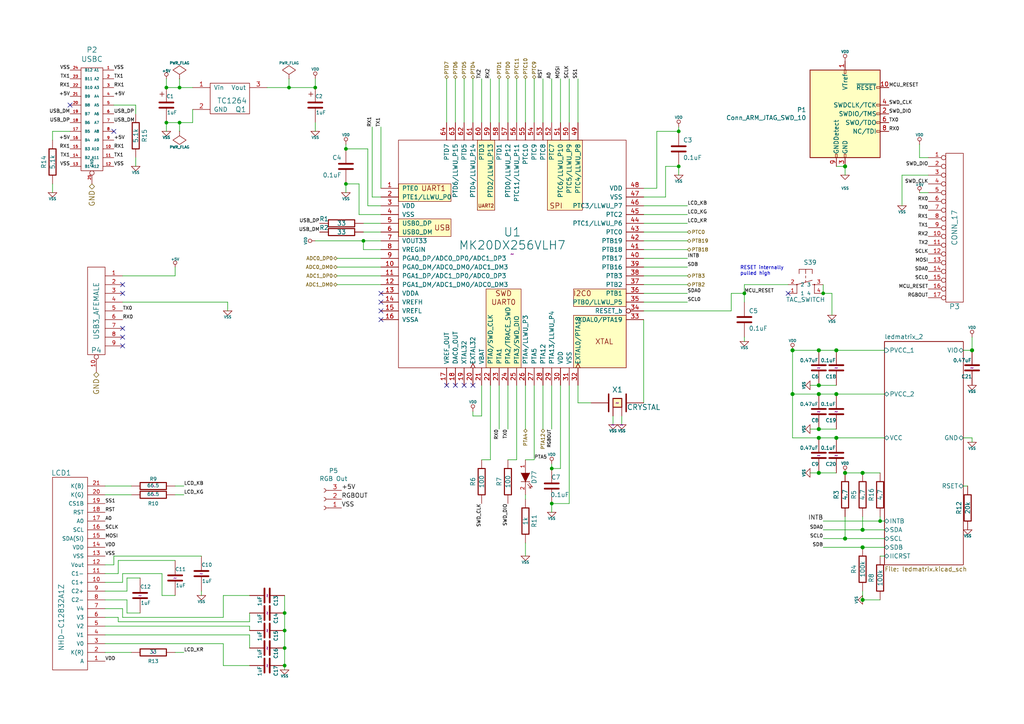
<source format=kicad_sch>
(kicad_sch (version 20210621) (generator eeschema)
  (paper "A4")
  (title_block (title "ICED-R") (date "2016-07-17") (rev "Rev 1.2b") (company "Input Club"))
  (junction (at 48.26 25.4))
  (junction (at 48.26 35.56))
  (junction (at 52.07 25.4))
  (junction (at 52.07 35.56))
  (junction (at 82.55 177.8))
  (junction (at 82.55 182.88))
  (junction (at 82.55 187.96))
  (junction (at 82.55 193.04))
  (junction (at 83.82 25.4))
  (junction (at 91.44 25.4))
  (junction (at 100.33 43.18))
  (junction (at 100.33 53.34))
  (junction (at 105.41 69.85))
  (junction (at 160.02 135.89))
  (junction (at 160.02 146.05))
  (junction (at 196.85 38.1))
  (junction (at 196.85 48.26))
  (junction (at 215.9 85.09))
  (junction (at 229.87 101.6) (diameter 1.016))
  (junction (at 229.87 114.3) (diameter 1.016))
  (junction (at 237.49 101.6) (diameter 1.016))
  (junction (at 237.49 111.76) (diameter 1.016))
  (junction (at 237.49 114.3) (diameter 1.016))
  (junction (at 237.49 124.46) (diameter 1.016))
  (junction (at 237.49 127) (diameter 1.016))
  (junction (at 237.49 137.16) (diameter 1.016))
  (junction (at 238.76 85.09))
  (junction (at 242.57 101.6) (diameter 1.016))
  (junction (at 242.57 114.3) (diameter 1.016))
  (junction (at 242.57 127) (diameter 1.016))
  (junction (at 245.11 48.26) (diameter 1.016))
  (junction (at 245.11 137.16) (diameter 1.016))
  (junction (at 245.11 156.21) (diameter 1.016))
  (junction (at 250.19 137.16) (diameter 1.016))
  (junction (at 250.19 153.67) (diameter 1.016))
  (junction (at 250.19 158.75) (diameter 1.016))
  (junction (at 250.19 173.99) (diameter 1.016))
  (junction (at 255.27 151.13))
  (junction (at 281.94 101.6) (diameter 1.016))
  (no_connect (at 20.32 30.48))
  (no_connect (at 33.02 38.1))
  (no_connect (at 35.56 82.55))
  (no_connect (at 35.56 85.09))
  (no_connect (at 35.56 95.25))
  (no_connect (at 35.56 97.79))
  (no_connect (at 35.56 100.33))
  (no_connect (at 110.49 85.09))
  (no_connect (at 110.49 87.63))
  (no_connect (at 110.49 90.17))
  (no_connect (at 110.49 92.71))
  (no_connect (at 129.54 111.76))
  (no_connect (at 132.08 111.76))
  (no_connect (at 134.62 111.76))
  (no_connect (at 137.16 111.76))
  (no_connect (at 228.6 85.09))
  (wire (pts (xy 15.24 38.1) (xy 15.24 40.64)))
  (wire (pts (xy 15.24 53.34) (xy 15.24 55.88)))
  (wire (pts (xy 20.32 38.1) (xy 15.24 38.1)))
  (wire (pts (xy 30.48 140.97) (xy 38.1 140.97)))
  (wire (pts (xy 30.48 143.51) (xy 38.1 143.51)))
  (wire (pts (xy 30.48 163.83) (xy 33.02 163.83)))
  (wire (pts (xy 30.48 168.91) (xy 35.56 168.91)))
  (wire (pts (xy 30.48 173.99) (xy 36.83 173.99)))
  (wire (pts (xy 30.48 176.53) (xy 35.56 176.53)))
  (wire (pts (xy 30.48 181.61) (xy 72.39 181.61)))
  (wire (pts (xy 30.48 186.69) (xy 64.77 186.69)))
  (wire (pts (xy 33.02 30.48) (xy 39.37 30.48)))
  (wire (pts (xy 33.02 161.29) (xy 58.42 161.29)))
  (wire (pts (xy 33.02 163.83) (xy 33.02 161.29)))
  (wire (pts (xy 34.29 162.56) (xy 34.29 166.37)))
  (wire (pts (xy 34.29 166.37) (xy 30.48 166.37)))
  (wire (pts (xy 34.29 179.07) (xy 30.48 179.07)))
  (wire (pts (xy 34.29 180.34) (xy 34.29 179.07)))
  (wire (pts (xy 35.56 87.63) (xy 66.04 87.63)))
  (wire (pts (xy 35.56 166.37) (xy 46.99 166.37)))
  (wire (pts (xy 35.56 168.91) (xy 35.56 166.37)))
  (wire (pts (xy 35.56 176.53) (xy 35.56 179.07)))
  (wire (pts (xy 35.56 179.07) (xy 64.77 179.07)))
  (wire (pts (xy 36.83 167.64) (xy 36.83 171.45)))
  (wire (pts (xy 36.83 171.45) (xy 30.48 171.45)))
  (wire (pts (xy 36.83 173.99) (xy 36.83 177.8)))
  (wire (pts (xy 36.83 177.8) (xy 40.64 177.8)))
  (wire (pts (xy 38.1 189.23) (xy 30.48 189.23)))
  (wire (pts (xy 39.37 30.48) (xy 39.37 33.02)))
  (wire (pts (xy 39.37 48.26) (xy 39.37 45.72)))
  (wire (pts (xy 40.64 167.64) (xy 36.83 167.64)))
  (wire (pts (xy 46.99 166.37) (xy 46.99 172.72)))
  (wire (pts (xy 46.99 172.72) (xy 50.8 172.72)))
  (wire (pts (xy 48.26 22.86) (xy 48.26 25.4)))
  (wire (pts (xy 48.26 25.4) (xy 52.07 25.4)))
  (wire (pts (xy 48.26 35.56) (xy 52.07 35.56)))
  (wire (pts (xy 48.26 38.1) (xy 48.26 35.56)))
  (wire (pts (xy 50.8 77.47) (xy 50.8 80.01)))
  (wire (pts (xy 50.8 80.01) (xy 35.56 80.01)))
  (wire (pts (xy 50.8 140.97) (xy 53.34 140.97)))
  (wire (pts (xy 50.8 162.56) (xy 34.29 162.56)))
  (wire (pts (xy 50.8 189.23) (xy 53.34 189.23)))
  (wire (pts (xy 52.07 22.86) (xy 52.07 25.4)))
  (wire (pts (xy 52.07 25.4) (xy 55.88 25.4)))
  (wire (pts (xy 52.07 35.56) (xy 55.88 35.56)))
  (wire (pts (xy 52.07 38.1) (xy 52.07 35.56)))
  (wire (pts (xy 53.34 143.51) (xy 50.8 143.51)))
  (wire (pts (xy 55.88 35.56) (xy 55.88 31.75)))
  (wire (pts (xy 58.42 172.72) (xy 58.42 171.45)))
  (wire (pts (xy 64.77 172.72) (xy 72.39 172.72)))
  (wire (pts (xy 64.77 179.07) (xy 64.77 172.72)))
  (wire (pts (xy 64.77 186.69) (xy 64.77 193.04)))
  (wire (pts (xy 64.77 193.04) (xy 72.39 193.04)))
  (wire (pts (xy 66.04 87.63) (xy 66.04 90.17)))
  (wire (pts (xy 72.39 177.8) (xy 72.39 180.34)))
  (wire (pts (xy 72.39 180.34) (xy 34.29 180.34)))
  (wire (pts (xy 72.39 181.61) (xy 72.39 182.88)))
  (wire (pts (xy 72.39 184.15) (xy 30.48 184.15)))
  (wire (pts (xy 72.39 187.96) (xy 72.39 184.15)))
  (wire (pts (xy 82.55 172.72) (xy 82.55 177.8)))
  (wire (pts (xy 82.55 177.8) (xy 82.55 182.88)))
  (wire (pts (xy 82.55 182.88) (xy 82.55 187.96)))
  (wire (pts (xy 82.55 187.96) (xy 82.55 193.04)))
  (wire (pts (xy 82.55 193.04) (xy 82.55 194.31)))
  (wire (pts (xy 83.82 25.4) (xy 77.47 25.4)))
  (wire (pts (xy 83.82 25.4) (xy 83.82 22.86)))
  (wire (pts (xy 91.44 25.4) (xy 83.82 25.4)))
  (wire (pts (xy 91.44 25.4) (xy 91.44 22.86)))
  (wire (pts (xy 91.44 38.1) (xy 91.44 35.56)))
  (wire (pts (xy 91.44 69.85) (xy 105.41 69.85)))
  (wire (pts (xy 100.33 43.18) (xy 100.33 41.91)))
  (wire (pts (xy 100.33 53.34) (xy 104.14 53.34)))
  (wire (pts (xy 100.33 55.88) (xy 100.33 53.34)))
  (wire (pts (xy 104.14 53.34) (xy 104.14 62.23)))
  (wire (pts (xy 104.14 62.23) (xy 110.49 62.23)))
  (wire (pts (xy 105.41 69.85) (xy 110.49 69.85)))
  (wire (pts (xy 105.41 72.39) (xy 105.41 69.85)))
  (wire (pts (xy 106.68 43.18) (xy 100.33 43.18)))
  (wire (pts (xy 106.68 59.69) (xy 106.68 43.18)))
  (wire (pts (xy 107.95 57.15) (xy 107.95 36.83)))
  (wire (pts (xy 110.49 54.61) (xy 110.49 36.83)))
  (wire (pts (xy 110.49 57.15) (xy 107.95 57.15)))
  (wire (pts (xy 110.49 59.69) (xy 106.68 59.69)))
  (wire (pts (xy 110.49 64.77) (xy 105.41 64.77)))
  (wire (pts (xy 110.49 67.31) (xy 105.41 67.31)))
  (wire (pts (xy 110.49 72.39) (xy 105.41 72.39)))
  (wire (pts (xy 110.49 74.93) (xy 97.79 74.93)))
  (wire (pts (xy 110.49 77.47) (xy 97.79 77.47)))
  (wire (pts (xy 110.49 80.01) (xy 97.79 80.01)))
  (wire (pts (xy 110.49 82.55) (xy 97.79 82.55)))
  (wire (pts (xy 129.54 35.56) (xy 129.54 22.86)))
  (wire (pts (xy 132.08 35.56) (xy 132.08 22.86)))
  (wire (pts (xy 134.62 22.86) (xy 134.62 35.56)))
  (wire (pts (xy 137.16 35.56) (xy 137.16 22.86)))
  (wire (pts (xy 137.16 120.65) (xy 137.16 119.38)))
  (wire (pts (xy 139.7 35.56) (xy 139.7 22.86)))
  (wire (pts (xy 139.7 111.76) (xy 139.7 120.65)))
  (wire (pts (xy 139.7 120.65) (xy 137.16 120.65)))
  (wire (pts (xy 142.24 22.86) (xy 142.24 35.56)))
  (wire (pts (xy 142.24 111.76) (xy 142.24 133.35)))
  (wire (pts (xy 142.24 133.35) (xy 139.7 133.35)))
  (wire (pts (xy 144.78 35.56) (xy 144.78 22.86)))
  (wire (pts (xy 144.78 111.76) (xy 144.78 124.46)))
  (wire (pts (xy 147.32 35.56) (xy 147.32 22.86)))
  (wire (pts (xy 147.32 111.76) (xy 147.32 124.46)))
  (wire (pts (xy 149.86 35.56) (xy 149.86 22.86)))
  (wire (pts (xy 149.86 111.76) (xy 149.86 133.35)))
  (wire (pts (xy 149.86 133.35) (xy 147.32 133.35)))
  (wire (pts (xy 152.4 22.86) (xy 152.4 35.56)))
  (wire (pts (xy 152.4 124.46) (xy 152.4 111.76)))
  (wire (pts (xy 152.4 143.51) (xy 152.4 144.78)))
  (wire (pts (xy 152.4 157.48) (xy 152.4 161.29)))
  (wire (pts (xy 154.94 35.56) (xy 154.94 22.86)))
  (wire (pts (xy 154.94 111.76) (xy 154.94 133.35)))
  (wire (pts (xy 154.94 133.35) (xy 152.4 133.35)))
  (wire (pts (xy 157.48 35.56) (xy 157.48 22.86)))
  (wire (pts (xy 157.48 111.76) (xy 157.48 124.46)))
  (wire (pts (xy 160.02 35.56) (xy 160.02 22.86)))
  (wire (pts (xy 160.02 111.76) (xy 160.02 124.46)))
  (wire (pts (xy 160.02 134.62) (xy 160.02 135.89)))
  (wire (pts (xy 160.02 135.89) (xy 162.56 135.89)))
  (wire (pts (xy 160.02 146.05) (xy 160.02 148.59)))
  (wire (pts (xy 160.02 146.05) (xy 165.1 146.05)))
  (wire (pts (xy 162.56 22.86) (xy 162.56 35.56)))
  (wire (pts (xy 162.56 135.89) (xy 162.56 111.76)))
  (wire (pts (xy 165.1 35.56) (xy 165.1 22.86)))
  (wire (pts (xy 165.1 146.05) (xy 165.1 111.76)))
  (wire (pts (xy 167.64 35.56) (xy 167.64 22.86)))
  (wire (pts (xy 167.64 111.76) (xy 167.64 116.84)))
  (wire (pts (xy 167.64 116.84) (xy 171.45 116.84)))
  (wire (pts (xy 177.8 120.65) (xy 177.8 123.19)))
  (wire (pts (xy 180.34 120.65) (xy 180.34 123.19)))
  (wire (pts (xy 186.69 54.61) (xy 190.5 54.61)))
  (wire (pts (xy 186.69 59.69) (xy 199.39 59.69)))
  (wire (pts (xy 186.69 64.77) (xy 199.39 64.77)))
  (wire (pts (xy 186.69 82.55) (xy 199.39 82.55)))
  (wire (pts (xy 186.69 87.63) (xy 199.39 87.63)))
  (wire (pts (xy 186.69 90.17) (xy 212.09 90.17)))
  (wire (pts (xy 186.69 92.71) (xy 186.69 116.84)))
  (wire (pts (xy 190.5 38.1) (xy 196.85 38.1)))
  (wire (pts (xy 190.5 54.61) (xy 190.5 38.1)))
  (wire (pts (xy 193.04 48.26) (xy 193.04 57.15)))
  (wire (pts (xy 193.04 57.15) (xy 186.69 57.15)))
  (wire (pts (xy 196.85 38.1) (xy 196.85 36.83)))
  (wire (pts (xy 196.85 48.26) (xy 193.04 48.26)))
  (wire (pts (xy 196.85 50.8) (xy 196.85 48.26)))
  (wire (pts (xy 199.39 62.23) (xy 186.69 62.23)))
  (wire (pts (xy 199.39 67.31) (xy 186.69 67.31)))
  (wire (pts (xy 199.39 69.85) (xy 186.69 69.85)))
  (wire (pts (xy 199.39 72.39) (xy 186.69 72.39)))
  (wire (pts (xy 199.39 74.93) (xy 186.69 74.93)))
  (wire (pts (xy 199.39 77.47) (xy 186.69 77.47)))
  (wire (pts (xy 199.39 80.01) (xy 186.69 80.01)))
  (wire (pts (xy 199.39 85.09) (xy 186.69 85.09)))
  (wire (pts (xy 212.09 85.09) (xy 215.9 85.09)))
  (wire (pts (xy 212.09 90.17) (xy 212.09 85.09)))
  (wire (pts (xy 215.9 82.55) (xy 215.9 85.09)))
  (wire (pts (xy 215.9 85.09) (xy 215.9 87.63)))
  (wire (pts (xy 215.9 97.79) (xy 215.9 99.06)))
  (wire (pts (xy 228.6 82.55) (xy 215.9 82.55)))
  (wire (pts (xy 229.87 114.3) (xy 229.87 101.6)))
  (wire (pts (xy 229.87 127) (xy 229.87 114.3)))
  (wire (pts (xy 237.49 101.6) (xy 229.87 101.6)))
  (wire (pts (xy 237.49 111.76) (xy 234.95 111.76)))
  (wire (pts (xy 237.49 111.76) (xy 242.57 111.76)))
  (wire (pts (xy 237.49 114.3) (xy 229.87 114.3)))
  (wire (pts (xy 237.49 124.46) (xy 234.95 124.46)))
  (wire (pts (xy 237.49 124.46) (xy 242.57 124.46)))
  (wire (pts (xy 237.49 127) (xy 229.87 127)))
  (wire (pts (xy 237.49 137.16) (xy 234.95 137.16)))
  (wire (pts (xy 237.49 137.16) (xy 242.57 137.16)))
  (wire (pts (xy 238.76 85.09) (xy 238.76 82.55)))
  (wire (pts (xy 238.76 151.13) (xy 255.27 151.13)))
  (wire (pts (xy 238.76 153.67) (xy 250.19 153.67)))
  (wire (pts (xy 238.76 156.21) (xy 245.11 156.21)))
  (wire (pts (xy 241.3 85.09) (xy 238.76 85.09)))
  (wire (pts (xy 241.3 91.44) (xy 241.3 85.09)))
  (wire (pts (xy 242.57 48.26) (xy 245.11 48.26)))
  (wire (pts (xy 242.57 101.6) (xy 237.49 101.6)))
  (wire (pts (xy 242.57 101.6) (xy 256.54 101.6)))
  (wire (pts (xy 242.57 114.3) (xy 237.49 114.3)))
  (wire (pts (xy 242.57 114.3) (xy 256.54 114.3)))
  (wire (pts (xy 242.57 127) (xy 237.49 127)))
  (wire (pts (xy 242.57 127) (xy 256.54 127)))
  (wire (pts (xy 245.11 50.8) (xy 245.11 48.26)))
  (wire (pts (xy 245.11 149.86) (xy 245.11 156.21)))
  (wire (pts (xy 245.11 156.21) (xy 256.54 156.21)))
  (wire (pts (xy 250.19 137.16) (xy 245.11 137.16)))
  (wire (pts (xy 250.19 137.16) (xy 255.27 137.16)))
  (wire (pts (xy 250.19 149.86) (xy 250.19 153.67)))
  (wire (pts (xy 250.19 153.67) (xy 256.54 153.67)))
  (wire (pts (xy 250.19 158.75) (xy 238.76 158.75)))
  (wire (pts (xy 250.19 173.99) (xy 250.19 171.45)))
  (wire (pts (xy 255.27 149.86) (xy 255.27 151.13)))
  (wire (pts (xy 255.27 151.13) (xy 256.54 151.13)))
  (wire (pts (xy 255.27 173.99) (xy 250.19 173.99)))
  (wire (pts (xy 256.54 158.75) (xy 250.19 158.75)))
  (wire (pts (xy 256.54 161.29) (xy 255.27 161.29)))
  (wire (pts (xy 261.62 50.8) (xy 261.62 59.69)))
  (wire (pts (xy 266.7 45.72) (xy 266.7 41.91)))
  (wire (pts (xy 269.24 45.72) (xy 266.7 45.72)))
  (wire (pts (xy 269.24 50.8) (xy 261.62 50.8)))
  (wire (pts (xy 269.24 55.88) (xy 266.7 55.88)))
  (wire (pts (xy 279.4 101.6) (xy 281.94 101.6)))
  (wire (pts (xy 279.4 127) (xy 281.94 127)))
  (wire (pts (xy 280.67 140.97) (xy 279.4 140.97)))
  (wire (pts (xy 281.94 101.6) (xy 281.94 97.79)))
  (wire (pts (xy 281.94 127) (xy 281.94 128.27)))
  (text "RESET internally\npulled high" (at 214.63 80.01 0) (effects (font (size 1.016 1.016)) (justify left bottom)))
  (label "VSS" (at 20.32 20.32 180) (effects (font (size 0.9906 0.9906))))
  (label "TX1" (at 20.32 22.86 180) (effects (font (size 0.9906 0.9906))))
  (label "RX1" (at 20.32 25.4 180) (effects (font (size 0.9906 0.9906))))
  (label "+5V" (at 20.32 27.94 180) (effects (font (size 0.9906 0.9906))))
  (label "USB_DM" (at 20.32 33.02 180) (effects (font (size 0.9906 0.9906))))
  (label "USB_DP" (at 20.32 35.56 180) (effects (font (size 0.9906 0.9906))))
  (label "+5V" (at 20.32 40.64 180) (effects (font (size 0.9906 0.9906))))
  (label "RX1" (at 20.32 43.18 180) (effects (font (size 0.9906 0.9906))))
  (label "TX1" (at 20.32 45.72 180) (effects (font (size 0.9906 0.9906))))
  (label "VSS" (at 20.32 48.26 180) (effects (font (size 0.9906 0.9906))))
  (label "SS1" (at 30.48 146.05 0) (effects (font (size 0.9906 0.9906))))
  (label "RST" (at 30.48 148.59 0) (effects (font (size 0.9906 0.9906))))
  (label "A0" (at 30.48 151.13 0) (effects (font (size 0.9906 0.9906))))
  (label "SCLK" (at 30.48 153.67 0) (effects (font (size 0.9906 0.9906))))
  (label "MOSI" (at 30.48 156.21 0) (effects (font (size 0.9906 0.9906))))
  (label "VDD" (at 30.48 158.75 0) (effects (font (size 0.9906 0.9906))))
  (label "VSS" (at 30.48 161.29 0) (effects (font (size 0.9906 0.9906))))
  (label "VDD" (at 30.48 191.77 0) (effects (font (size 0.9906 0.9906))))
  (label "VSS" (at 33.02 20.32 0) (effects (font (size 0.9906 0.9906))))
  (label "TX1" (at 33.02 22.86 0) (effects (font (size 0.9906 0.9906))))
  (label "RX1" (at 33.02 25.4 0) (effects (font (size 0.9906 0.9906))))
  (label "+5V" (at 33.02 27.94 0) (effects (font (size 0.9906 0.9906))))
  (label "USB_DP" (at 33.02 33.02 0) (effects (font (size 0.9906 0.9906))))
  (label "USB_DM" (at 33.02 35.56 0) (effects (font (size 0.9906 0.9906))))
  (label "+5V" (at 33.02 40.64 0) (effects (font (size 0.9906 0.9906))))
  (label "RX1" (at 33.02 43.18 0) (effects (font (size 0.9906 0.9906))))
  (label "TX1" (at 33.02 45.72 0) (effects (font (size 0.9906 0.9906))))
  (label "VSS" (at 33.02 48.26 0) (effects (font (size 0.9906 0.9906))))
  (label "TX0" (at 35.56 90.17 0) (effects (font (size 0.9906 0.9906))))
  (label "RX0" (at 35.56 92.71 0) (effects (font (size 0.9906 0.9906))))
  (label "LCD_KB" (at 53.34 140.97 0) (effects (font (size 0.9906 0.9906))))
  (label "LCD_KG" (at 53.34 143.51 0) (effects (font (size 0.9906 0.9906))))
  (label "LCD_KR" (at 53.34 189.23 0) (effects (font (size 0.9906 0.9906))))
  (label "USB_DP" (at 92.71 64.77 180) (effects (font (size 0.9906 0.9906))))
  (label "USB_DM" (at 92.71 67.31 180) (effects (font (size 0.9906 0.9906))))
  (label "+5V" (at 99.06 142.24 0))
  (label "RGBOUT" (at 99.06 144.78 0))
  (label "VSS" (at 99.06 147.32 0))
  (label "RX1" (at 107.95 36.83 90) (effects (font (size 0.9906 0.9906))))
  (label "TX1" (at 110.49 36.83 90) (effects (font (size 0.9906 0.9906))))
  (label "TX2" (at 139.7 22.86 90) (effects (font (size 0.9906 0.9906))))
  (label "SWD_CLK" (at 139.7 146.05 270) (effects (font (size 0.9906 0.9906))))
  (label "RX2" (at 142.24 22.86 90) (effects (font (size 0.9906 0.9906))))
  (label "RX0" (at 144.78 124.46 270) (effects (font (size 0.9906 0.9906))))
  (label "TX0" (at 147.32 124.46 270) (effects (font (size 0.9906 0.9906))))
  (label "SWD_DIO" (at 147.32 146.05 270) (effects (font (size 0.9906 0.9906))))
  (label "PTA5" (at 154.94 133.35 0) (effects (font (size 0.9906 0.9906))))
  (label "RST" (at 157.48 22.86 90) (effects (font (size 0.9906 0.9906))))
  (label "A0" (at 160.02 22.86 90) (effects (font (size 0.9906 0.9906))))
  (label "RGBOUT" (at 160.02 124.46 270) (effects (font (size 0.889 0.889))))
  (label "MOSI" (at 162.56 22.86 90) (effects (font (size 0.9906 0.9906))))
  (label "SCLK" (at 165.1 22.86 90) (effects (font (size 0.9906 0.9906))))
  (label "SS1" (at 167.64 22.86 90) (effects (font (size 0.9906 0.9906))))
  (label "LCD_KB" (at 199.39 59.69 0) (effects (font (size 0.9906 0.9906))))
  (label "LCD_KG" (at 199.39 62.23 0) (effects (font (size 0.9906 0.9906))))
  (label "LCD_KR" (at 199.39 64.77 0) (effects (font (size 0.9906 0.9906))))
  (label "INTB" (at 199.39 74.93 0) (effects (font (size 0.9906 0.9906))))
  (label "SDB" (at 199.39 77.47 0) (effects (font (size 0.9906 0.9906))))
  (label "SDA0" (at 199.39 85.09 0) (effects (font (size 0.9906 0.9906))))
  (label "SCL0" (at 199.39 87.63 0) (effects (font (size 0.9906 0.9906))))
  (label "MCU_RESET" (at 215.9 85.09 0) (effects (font (size 0.9906 0.9906))))
  (label "INTB" (at 238.76 151.13 180))
  (label "SDA0" (at 238.76 153.67 180) (effects (font (size 0.9906 0.9906))))
  (label "SCL0" (at 238.76 156.21 180) (effects (font (size 0.9906 0.9906))))
  (label "SDB" (at 238.76 158.75 180) (effects (font (size 0.9906 0.9906))))
  (label "MCU_RESET" (at 257.81 25.4 0) (effects (font (size 0.9906 0.9906))))
  (label "SWD_CLK" (at 257.81 30.48 0) (effects (font (size 0.9906 0.9906))))
  (label "SWD_DIO" (at 257.81 33.02 0) (effects (font (size 0.9906 0.9906))))
  (label "TX0" (at 257.81 35.56 0) (effects (font (size 0.9906 0.9906))))
  (label "RX0" (at 257.81 38.1 0) (effects (font (size 0.9906 0.9906))))
  (label "SWD_DIO" (at 269.24 48.26 180) (effects (font (size 0.9906 0.9906))))
  (label "SWD_CLK" (at 269.24 53.34 180) (effects (font (size 0.9906 0.9906))))
  (label "RX0" (at 269.24 58.42 180) (effects (font (size 0.9906 0.9906))))
  (label "TX0" (at 269.24 60.96 180) (effects (font (size 0.9906 0.9906))))
  (label "RX1" (at 269.24 63.5 180) (effects (font (size 0.9906 0.9906))))
  (label "TX1" (at 269.24 66.04 180) (effects (font (size 0.9906 0.9906))))
  (label "RX2" (at 269.24 68.58 180) (effects (font (size 0.9906 0.9906))))
  (label "TX2" (at 269.24 71.12 180) (effects (font (size 0.9906 0.9906))))
  (label "SCLK" (at 269.24 73.66 180) (effects (font (size 0.9906 0.9906))))
  (label "MOSI" (at 269.24 76.2 180) (effects (font (size 0.9906 0.9906))))
  (label "SDA0" (at 269.24 78.74 180) (effects (font (size 0.9906 0.9906))))
  (label "SCL0" (at 269.24 81.28 180) (effects (font (size 0.9906 0.9906))))
  (label "MCU_RESET" (at 269.24 83.82 180) (effects (font (size 0.9906 0.9906))))
  (label "RGBOUT" (at 269.24 86.36 180) (effects (font (size 0.9906 0.9906))))
  (hierarchical_label "GND" (shape bidirectional) (at 26.67 53.34 270) (effects (font (size 1.524 1.524))))
  (hierarchical_label "GND" (shape bidirectional) (at 27.94 107.95 270) (effects (font (size 1.524 1.524))))
  (hierarchical_label "ADC0_DP0" (shape tri_state) (at 97.79 74.93 180) (effects (font (size 1.016 1.016))))
  (hierarchical_label "ADC0_DM0" (shape tri_state) (at 97.79 77.47 180) (effects (font (size 1.016 1.016))))
  (hierarchical_label "ADC1_DP0" (shape tri_state) (at 97.79 80.01 180) (effects (font (size 1.016 1.016))))
  (hierarchical_label "ADC1_DM0" (shape tri_state) (at 97.79 82.55 180) (effects (font (size 1.016 1.016))))
  (hierarchical_label "PTD7" (shape tri_state) (at 129.54 22.86 90) (effects (font (size 1.016 1.016))))
  (hierarchical_label "PTD6" (shape tri_state) (at 132.08 22.86 90) (effects (font (size 1.016 1.016))))
  (hierarchical_label "PTD5" (shape tri_state) (at 134.62 22.86 90) (effects (font (size 1.016 1.016))))
  (hierarchical_label "PTD4" (shape tri_state) (at 137.16 22.86 90) (effects (font (size 1.016 1.016))))
  (hierarchical_label "PTD1" (shape tri_state) (at 144.78 22.86 90) (effects (font (size 1.016 1.016))))
  (hierarchical_label "PTD0" (shape tri_state) (at 147.32 22.86 90) (effects (font (size 1.016 1.016))))
  (hierarchical_label "PTC11" (shape tri_state) (at 149.86 22.86 90) (effects (font (size 1.016 1.016))))
  (hierarchical_label "PTC10" (shape tri_state) (at 152.4 22.86 90) (effects (font (size 1.016 1.016))))
  (hierarchical_label "PTA4" (shape tri_state) (at 152.4 124.46 270) (effects (font (size 1.016 1.016))))
  (hierarchical_label "PTC9" (shape tri_state) (at 154.94 22.86 90) (effects (font (size 1.016 1.016))))
  (hierarchical_label "PTA12" (shape tri_state) (at 157.48 124.46 270) (effects (font (size 1.016 1.016))))
  (hierarchical_label "PTC0" (shape tri_state) (at 199.39 67.31 0) (effects (font (size 1.016 1.016))))
  (hierarchical_label "PTB19" (shape tri_state) (at 199.39 69.85 0) (effects (font (size 1.016 1.016))))
  (hierarchical_label "PTB18" (shape tri_state) (at 199.39 72.39 0) (effects (font (size 1.016 1.016))))
  (hierarchical_label "PTB3" (shape tri_state) (at 199.39 80.01 0) (effects (font (size 1.016 1.016))))
  (hierarchical_label "PTB2" (shape tri_state) (at 199.39 82.55 0) (effects (font (size 1.016 1.016))))
  (symbol (lib_id "ICEDRight:+5V") (at 48.26 22.86 0) (unit 1)
    (property "Reference" "#PWR027" (effects hide))
    (property "Value" "+5V" (at 48.26 20.574 0) (effects (font (size 0.762 0.762))))
  )
  (symbol (lib_id "ICEDRight:+5V") (at 50.8 77.47 0) (unit 1)
    (property "Reference" "#PWR016" (effects hide))
    (property "Value" "+5V" (at 50.8 75.184 0) (effects (font (size 0.762 0.762))))
  )
  (symbol (lib_id "ICEDRight:+5V") (at 266.7 55.88 0) (unit 1)
    (property "Reference" "#PWR030" (effects hide))
    (property "Value" "+5V" (at 266.7 53.594 0) (effects (font (size 0.762 0.762))))
  )
  (symbol (lib_id "ICEDRight:VDD") (at 91.44 22.86 0) (unit 1)
    (property "Reference" "#PWR025" (effects hide))
    (property "Value" "VDD" (at 91.44 20.066 0) (effects (font (size 0.762 0.762))))
  )
  (symbol (lib_id "ICEDRight:VDD") (at 91.44 69.85 90) (unit 1)
    (property "Reference" "#PWR034" (effects hide))
    (property "Value" "VDD" (at 88.646 69.85 0) (effects (font (size 0.762 0.762))))
  )
  (symbol (lib_id "ICEDRight:VDD") (at 100.33 41.91 0) (unit 1)
    (property "Reference" "#PWR06" (effects hide))
    (property "Value" "VDD" (at 100.33 39.116 0) (effects (font (size 0.762 0.762))))
  )
  (symbol (lib_id "ICEDRight:VDD") (at 137.16 119.38 0) (unit 1)
    (property "Reference" "#PWR07" (effects hide))
    (property "Value" "VDD" (at 137.16 116.586 0) (effects (font (size 0.762 0.762))))
  )
  (symbol (lib_id "ICEDRight:VDD") (at 160.02 134.62 0) (unit 1)
    (property "Reference" "#PWR08" (effects hide))
    (property "Value" "VDD" (at 160.02 131.826 0) (effects (font (size 0.762 0.762))))
  )
  (symbol (lib_id "ICEDRight:VDD") (at 196.85 36.83 0) (mirror y) (unit 1)
    (property "Reference" "#PWR015" (effects hide))
    (property "Value" "VDD" (at 196.85 34.036 0) (effects (font (size 0.762 0.762))))
  )
  (symbol (lib_id "ICEDLeft:VDD") (at 229.87 101.6 0) (unit 1)
    (property "Reference" "#PWR0102" (effects hide))
    (property "Value" "VDD" (at 229.87 98.806 0) (effects (font (size 0.762 0.762))))
  )
  (symbol (lib_id "ICEDLeft:VDD") (at 245.11 17.78 0) (unit 1)
    (property "Reference" "#PWR0111" (effects hide))
    (property "Value" "VDD" (at 245.11 14.986 0) (effects (font (size 0.762 0.762))))
  )
  (symbol (lib_id "ICEDLeft:VDD") (at 245.11 137.16 0) (unit 1)
    (property "Reference" "#PWR0108" (effects hide))
    (property "Value" "VDD" (at 245.11 134.366 0) (effects (font (size 0.762 0.762))))
  )
  (symbol (lib_id "ICEDRight:VDD") (at 266.7 41.91 0) (unit 1)
    (property "Reference" "#PWR031" (effects hide))
    (property "Value" "VDD" (at 266.7 39.116 0) (effects (font (size 0.762 0.762))))
  )
  (symbol (lib_id "ICEDLeft:VDD") (at 281.94 97.79 0) (unit 1)
    (property "Reference" "#PWR0105" (effects hide))
    (property "Value" "VDD" (at 281.94 94.996 0) (effects (font (size 0.762 0.762))))
  )
  (symbol (lib_id "ICEDRight:VSS") (at 15.24 55.88 0) (unit 1)
    (property "Reference" "#PWR035" (effects hide))
    (property "Value" "VSS" (at 15.24 57.658 0) (effects (font (size 0.762 0.762))))
  )
  (symbol (lib_id "ICEDRight:VSS") (at 39.37 48.26 0) (unit 1)
    (property "Reference" "#PWR036" (effects hide))
    (property "Value" "VSS" (at 39.37 50.038 0) (effects (font (size 0.762 0.762))))
  )
  (symbol (lib_id "ICEDRight:VSS") (at 48.26 38.1 0) (unit 1)
    (property "Reference" "#PWR010" (effects hide))
    (property "Value" "VSS" (at 48.26 39.878 0) (effects (font (size 0.762 0.762))))
  )
  (symbol (lib_id "ICEDRight:VSS") (at 58.42 172.72 0) (unit 1)
    (property "Reference" "#PWR020" (effects hide))
    (property "Value" "VSS" (at 58.42 174.498 0) (effects (font (size 0.762 0.762))))
  )
  (symbol (lib_id "ICEDRight:VSS") (at 66.04 90.17 0) (unit 1)
    (property "Reference" "#PWR017" (effects hide))
    (property "Value" "VSS" (at 66.04 91.948 0) (effects (font (size 0.762 0.762))))
  )
  (symbol (lib_id "ICEDRight:VSS") (at 82.55 194.31 0) (unit 1)
    (property "Reference" "#PWR024" (effects hide))
    (property "Value" "VSS" (at 82.55 196.088 0) (effects (font (size 0.762 0.762))))
  )
  (symbol (lib_id "ICEDRight:VSS") (at 91.44 38.1 0) (unit 1)
    (property "Reference" "#PWR026" (effects hide))
    (property "Value" "VSS" (at 91.44 39.878 0) (effects (font (size 0.762 0.762))))
  )
  (symbol (lib_id "ICEDRight:VSS") (at 100.33 55.88 0) (unit 1)
    (property "Reference" "#PWR01" (effects hide))
    (property "Value" "VSS" (at 100.33 57.658 0) (effects (font (size 0.762 0.762))))
  )
  (symbol (lib_id "ICEDRight:VSS") (at 152.4 161.29 0) (unit 1)
    (property "Reference" "#PWR05" (effects hide))
    (property "Value" "VSS" (at 152.4 163.068 0) (effects (font (size 0.762 0.762))))
  )
  (symbol (lib_id "ICEDRight:VSS") (at 160.02 148.59 0) (unit 1)
    (property "Reference" "#PWR02" (effects hide))
    (property "Value" "VSS" (at 160.02 150.368 0) (effects (font (size 0.762 0.762))))
  )
  (symbol (lib_id "ICEDRight:VSS") (at 177.8 123.19 0) (unit 1)
    (property "Reference" "#PWR018" (effects hide))
    (property "Value" "VSS" (at 177.8 124.968 0) (effects (font (size 0.762 0.762))))
    (property "Footprint" "~" (at 177.8 123.19 0) (effects (font (size 1.524 1.524))))
    (property "Datasheet" "~" (at 177.8 123.19 0) (effects (font (size 1.524 1.524))))
  )
  (symbol (lib_id "ICEDRight:VSS") (at 180.34 123.19 0) (unit 1)
    (property "Reference" "#PWR019" (effects hide))
    (property "Value" "VSS" (at 180.34 124.968 0) (effects (font (size 0.762 0.762))))
    (property "Footprint" "~" (at 180.34 123.19 0) (effects (font (size 1.524 1.524))))
    (property "Datasheet" "~" (at 180.34 123.19 0) (effects (font (size 1.524 1.524))))
  )
  (symbol (lib_id "ICEDRight:VSS") (at 196.85 50.8 0) (mirror y) (unit 1)
    (property "Reference" "#PWR014" (effects hide))
    (property "Value" "VSS" (at 196.85 52.578 0) (effects (font (size 0.762 0.762))))
  )
  (symbol (lib_id "ICEDRight:VSS") (at 215.9 99.06 0) (unit 1)
    (property "Reference" "#PWR04" (effects hide))
    (property "Value" "VSS" (at 215.9 100.838 0) (effects (font (size 0.762 0.762))))
  )
  (symbol (lib_id "ICEDLeft:VSS") (at 234.95 111.76 270) (unit 1)
    (property "Reference" "#PWR0101" (effects hide))
    (property "Value" "VSS" (at 233.172 111.76 0) (effects (font (size 0.762 0.762))))
  )
  (symbol (lib_id "ICEDLeft:VSS") (at 234.95 124.46 270) (unit 1)
    (property "Reference" "#PWR0107" (effects hide))
    (property "Value" "VSS" (at 233.172 124.46 0) (effects (font (size 0.762 0.762))))
  )
  (symbol (lib_id "ICEDLeft:VSS") (at 234.95 137.16 270) (unit 1)
    (property "Reference" "#PWR0109" (effects hide))
    (property "Value" "VSS" (at 233.172 137.16 0) (effects (font (size 0.762 0.762))))
  )
  (symbol (lib_id "ICEDRight:VSS") (at 241.3 91.44 0) (unit 1)
    (property "Reference" "#PWR03" (effects hide))
    (property "Value" "VSS" (at 241.3 93.218 0) (effects (font (size 0.762 0.762))))
  )
  (symbol (lib_id "ICEDLeft:VSS") (at 245.11 50.8 0) (unit 1)
    (property "Reference" "#PWR0112" (effects hide))
    (property "Value" "VSS" (at 245.11 54.61 0) (effects (font (size 0.762 0.762))))
  )
  (symbol (lib_id "ICEDLeft:VSS") (at 250.19 173.99 270) (unit 1)
    (property "Reference" "#PWR0110" (effects hide))
    (property "Value" "VSS" (at 248.412 173.99 0) (effects (font (size 0.762 0.762))))
  )
  (symbol (lib_id "ICEDRight:VSS") (at 261.62 59.69 0) (unit 1)
    (property "Reference" "#PWR029" (effects hide))
    (property "Value" "VSS" (at 261.62 61.468 0) (effects (font (size 0.762 0.762))))
  )
  (symbol (lib_id "ICEDLeft:VSS") (at 280.67 153.67 0) (unit 1)
    (property "Reference" "#PWR0103" (effects hide))
    (property "Value" "VSS" (at 280.67 155.448 0) (effects (font (size 0.762 0.762))))
  )
  (symbol (lib_id "ICEDLeft:VSS") (at 281.94 111.76 0) (unit 1)
    (property "Reference" "#PWR0106" (effects hide))
    (property "Value" "VSS" (at 281.94 113.538 0) (effects (font (size 0.762 0.762))))
  )
  (symbol (lib_id "ICEDLeft:VSS") (at 281.94 128.27 0) (unit 1)
    (property "Reference" "#PWR0104" (effects hide))
    (property "Value" "VSS" (at 281.94 130.048 0) (effects (font (size 0.762 0.762))))
  )
  (symbol (lib_id "ICEDRight:PWR_FLAG") (at 52.07 22.86 0) (unit 1)
    (property "Reference" "#FLG012" (effects hide))
    (property "Value" "PWR_FLAG" (at 52.07 18.288 0) (effects (font (size 0.762 0.762))))
  )
  (symbol (lib_id "ICEDRight:PWR_FLAG") (at 52.07 38.1 180) (unit 1)
    (property "Reference" "#FLG013" (effects hide))
    (property "Value" "PWR_FLAG" (at 52.07 42.672 0) (effects (font (size 0.762 0.762))))
  )
  (symbol (lib_id "ICEDRight:PWR_FLAG") (at 83.82 22.86 0) (unit 1)
    (property "Reference" "#FLG032" (effects hide))
    (property "Value" "PWR_FLAG" (at 83.82 18.288 0) (effects (font (size 0.762 0.762))))
  )
  (symbol (lib_id "ICEDRight:R") (at 15.24 46.99 0) (unit 1)
    (property "Reference" "R14" (at 12.7 46.99 90))
    (property "Value" "5.1k" (at 15.24 46.99 90))
    (property "Footprint" "prettylib:SMD-1005" (effects hide))
  )
  (symbol (lib_id "ICEDRight:R") (at 39.37 39.37 0) (unit 1)
    (property "Reference" "R15" (at 41.91 39.37 90))
    (property "Value" "5.1k" (at 39.37 39.37 90))
    (property "Footprint" "prettylib:SMD-1005" (effects hide))
  )
  (symbol (lib_id "ICEDRight:R") (at 44.45 140.97 90) (unit 1)
    (property "Reference" "R9" (at 44.45 138.938 90) (effects (font (size 1.016 1.016))))
    (property "Value" "66.5" (at 44.4246 140.7922 90) (effects (font (size 1.016 1.016))))
    (property "Footprint" "prettylib:SMD-1005" (effects hide))
    (property "Datasheet" "~" (at 44.45 140.97 0) (effects (font (size 0.762 0.762))))
  )
  (symbol (lib_id "ICEDRight:R") (at 44.45 143.51 90) (unit 1)
    (property "Reference" "R10" (at 44.45 146.05 90) (effects (font (size 1.016 1.016))))
    (property "Value" "66.5" (at 44.4246 143.3322 90) (effects (font (size 1.016 1.016))))
    (property "Footprint" "prettylib:SMD-1005" (effects hide))
    (property "Datasheet" "~" (at 44.45 143.51 0) (effects (font (size 0.762 0.762))))
  )
  (symbol (lib_id "ICEDRight:R") (at 44.45 189.23 90) (unit 1)
    (property "Reference" "R13" (at 44.45 191.77 90) (effects (font (size 1.016 1.016))))
    (property "Value" "33" (at 44.4246 189.0522 90) (effects (font (size 1.016 1.016))))
    (property "Footprint" "prettylib:SMD-1005" (effects hide))
    (property "Datasheet" "~" (at 44.45 189.23 0) (effects (font (size 0.762 0.762))))
  )
  (symbol (lib_id "ICEDRight:R") (at 99.06 64.77 90) (unit 1)
    (property "Reference" "R1" (at 93.98 63.5 90))
    (property "Value" "33" (at 99.06 64.77 90))
    (property "Footprint" "prettylib:SMD-1005" (effects hide))
  )
  (symbol (lib_id "ICEDRight:R") (at 99.06 67.31 90) (unit 1)
    (property "Reference" "R2" (at 93.98 66.04 90))
    (property "Value" "33" (at 99.06 67.31 90))
    (property "Footprint" "prettylib:SMD-1005" (effects hide))
  )
  (symbol (lib_id "ICEDRight:R") (at 139.7 139.7 0) (unit 1)
    (property "Reference" "R6" (at 137.16 139.7 90))
    (property "Value" "100" (at 139.7 139.7 90))
    (property "Footprint" "prettylib:SMD-1005" (effects hide))
  )
  (symbol (lib_id "ICEDRight:R") (at 147.32 139.7 0) (unit 1)
    (property "Reference" "R7" (at 144.78 139.7 90))
    (property "Value" "100" (at 147.32 139.7 90))
    (property "Footprint" "prettylib:SMD-1005" (effects hide))
  )
  (symbol (lib_id "ICEDRight:R") (at 152.4 151.13 0) (unit 1)
    (property "Reference" "R11" (at 154.94 151.13 90))
    (property "Value" "1k" (at 152.4 151.13 90))
    (property "Footprint" "prettylib:SMD-1005" (effects hide))
  )
  (symbol (lib_id "ICEDLeft:R") (at 245.11 143.51 180) (unit 1)
    (property "Reference" "R3" (at 242.57 143.51 90))
    (property "Value" "4.7" (at 245.11 143.51 90))
    (property "Footprint" "prettylib:SMD-1005" (effects hide))
  )
  (symbol (lib_id "ICEDLeft:R") (at 250.19 143.51 180) (unit 1)
    (property "Reference" "R5" (at 247.65 143.51 90))
    (property "Value" "4.7" (at 250.19 143.51 90))
    (property "Footprint" "prettylib:SMD-1005" (effects hide))
  )
  (symbol (lib_id "ICEDLeft:R") (at 250.19 165.1 180) (unit 1)
    (property "Reference" "R4" (at 247.65 165.1 90))
    (property "Value" "100k" (at 250.19 165.1 90))
    (property "Footprint" "prettylib:SMD-1005" (effects hide))
  )
  (symbol (lib_id "ICEDLeft:R") (at 255.27 143.51 0) (mirror y) (unit 1)
    (property "Reference" "R16" (at 252.73 143.51 90))
    (property "Value" "4.7" (at 255.27 143.51 90))
    (property "Footprint" "prettylib:SMD-1005" (effects hide))
  )
  (symbol (lib_id "ICEDLeft:R") (at 255.27 167.64 180) (unit 1)
    (property "Reference" "R8" (at 252.73 167.64 90))
    (property "Value" "100k" (at 255.27 167.64 90))
    (property "Footprint" "prettylib:SMD-1005" (effects hide))
  )
  (symbol (lib_id "ICEDLeft:R") (at 280.67 147.32 0) (mirror y) (unit 1)
    (property "Reference" "R12" (at 278.13 147.32 90))
    (property "Value" "20k" (at 280.67 147.32 90))
    (property "Footprint" "prettylib:SMD-1005" (effects hide))
  )
  (symbol (lib_id "Connector:Conn_01x03_Female") (at 93.98 144.78 180) (unit 1)
    (property "Reference" "P5" (at 96.7232 136.525 0))
    (property "Value" "RGB Out" (at 96.7232 138.8364 0))
    (property "Footprint" "Connector_PinHeader_2.54mm:PinHeader_1x03_P2.54mm_Horizontal" (effects hide))
  )
  (symbol (lib_id "ICEDRight:LED") (at 152.4 138.43 90) (mirror x) (unit 1)
    (property "Reference" "D77" (at 154.94 138.43 0))
    (property "Value" "LED" (effects hide))
    (property "Footprint" "prettylib:LED-0603" (effects hide))
  )
  (symbol (lib_id "ICEDRight:C") (at 40.64 172.72 0) (unit 1)
    (property "Reference" "C12" (at 40.64 170.18 0) (effects (font (size 1.016 1.016)) (justify left)))
    (property "Value" "1uF" (at 40.7924 174.879 0) (effects (font (size 1.016 1.016)) (justify left)))
    (property "Footprint" "prettylib:SMD-1005" (effects hide))
    (property "Datasheet" "~" (at 40.64 172.72 0) (effects (font (size 1.524 1.524))))
  )
  (symbol (lib_id "ICEDRight:CT") (at 48.26 30.48 0) (unit 1)
    (property "Reference" "C1" (at 48.26 27.94 0) (effects (font (size 1.016 1.016)) (justify left)))
    (property "Value" "1uF" (at 48.4124 32.639 0) (effects (font (size 1.016 1.016)) (justify left)))
    (property "Footprint" "prettylib:SMD-1005" (effects hide))
  )
  (symbol (lib_id "ICEDRight:C") (at 50.8 167.64 0) (unit 1)
    (property "Reference" "C11" (at 50.8 165.1 0) (effects (font (size 1.016 1.016)) (justify left)))
    (property "Value" "1uF" (at 50.9524 169.799 0) (effects (font (size 1.016 1.016)) (justify left)))
    (property "Footprint" "prettylib:SMD-1005" (effects hide))
    (property "Datasheet" "~" (at 50.8 167.64 0) (effects (font (size 1.524 1.524))))
  )
  (symbol (lib_id "ICEDRight:C") (at 58.42 166.37 0) (unit 1)
    (property "Reference" "C10" (at 58.42 163.83 0) (effects (font (size 1.016 1.016)) (justify left)))
    (property "Value" "1uF" (at 58.5724 168.529 0) (effects (font (size 1.016 1.016)) (justify left)))
    (property "Footprint" "prettylib:SMD-1005" (effects hide))
    (property "Datasheet" "~" (at 58.42 166.37 0) (effects (font (size 1.524 1.524))))
  )
  (symbol (lib_id "ICEDRight:C") (at 77.47 172.72 270) (unit 1)
    (property "Reference" "C13" (at 80.01 172.72 0) (effects (font (size 1.016 1.016)) (justify left)))
    (property "Value" "1uF" (at 75.311 172.8724 0) (effects (font (size 1.016 1.016)) (justify left)))
    (property "Footprint" "prettylib:SMD-1005" (effects hide))
    (property "Datasheet" "~" (at 77.47 172.72 0) (effects (font (size 1.524 1.524))))
  )
  (symbol (lib_id "ICEDRight:C") (at 77.47 177.8 270) (unit 1)
    (property "Reference" "C14" (at 80.01 177.8 0) (effects (font (size 1.016 1.016)) (justify left)))
    (property "Value" "1uF" (at 75.311 177.9524 0) (effects (font (size 1.016 1.016)) (justify left)))
    (property "Footprint" "prettylib:SMD-1005" (effects hide))
    (property "Datasheet" "~" (at 77.47 177.8 0) (effects (font (size 1.524 1.524))))
  )
  (symbol (lib_id "ICEDRight:C") (at 77.47 182.88 270) (unit 1)
    (property "Reference" "C15" (at 80.01 182.88 0) (effects (font (size 1.016 1.016)) (justify left)))
    (property "Value" "1uF" (at 75.311 183.0324 0) (effects (font (size 1.016 1.016)) (justify left)))
    (property "Footprint" "prettylib:SMD-1005" (effects hide))
    (property "Datasheet" "~" (at 77.47 182.88 0) (effects (font (size 1.524 1.524))))
  )
  (symbol (lib_id "ICEDRight:C") (at 77.47 187.96 270) (unit 1)
    (property "Reference" "C16" (at 80.01 187.96 0) (effects (font (size 1.016 1.016)) (justify left)))
    (property "Value" "1uF" (at 75.311 188.1124 0) (effects (font (size 1.016 1.016)) (justify left)))
    (property "Footprint" "prettylib:SMD-1005" (effects hide))
    (property "Datasheet" "~" (at 77.47 187.96 0) (effects (font (size 1.524 1.524))))
  )
  (symbol (lib_id "ICEDRight:C") (at 77.47 193.04 270) (unit 1)
    (property "Reference" "C17" (at 80.01 193.04 0) (effects (font (size 1.016 1.016)) (justify left)))
    (property "Value" "1uF" (at 75.311 193.1924 0) (effects (font (size 1.016 1.016)) (justify left)))
    (property "Footprint" "prettylib:SMD-1005" (effects hide))
    (property "Datasheet" "~" (at 77.47 193.04 0) (effects (font (size 1.524 1.524))))
  )
  (symbol (lib_id "ICEDRight:CT") (at 91.44 30.48 0) (unit 1)
    (property "Reference" "C2" (at 91.44 27.94 0) (effects (font (size 1.016 1.016)) (justify left)))
    (property "Value" "1uF" (at 91.5924 32.639 0) (effects (font (size 1.016 1.016)) (justify left)))
    (property "Footprint" "prettylib:SMD-1005" (effects hide))
  )
  (symbol (lib_id "ICEDRight:C") (at 100.33 48.26 0) (mirror y) (unit 1)
    (property "Reference" "C4" (at 99.06 45.72 0) (effects (justify left)))
    (property "Value" "0.1uF" (at 99.06 50.8 0) (effects (justify left)))
    (property "Footprint" "prettylib:SMD-1005" (effects hide))
  )
  (symbol (lib_id "ICEDRight:C") (at 160.02 140.97 0) (mirror y) (unit 1)
    (property "Reference" "C7" (at 162.56 138.43 0) (effects (justify left)))
    (property "Value" "0.1uF" (at 165.1 143.51 0) (effects (justify left)))
    (property "Footprint" "prettylib:SMD-1005" (effects hide))
  )
  (symbol (lib_id "ICEDRight:C") (at 196.85 43.18 0) (unit 1)
    (property "Reference" "C3" (at 198.12 40.64 0) (effects (justify left)))
    (property "Value" "0.1uF" (at 198.12 45.72 0) (effects (justify left)))
    (property "Footprint" "prettylib:SMD-1005" (effects hide))
  )
  (symbol (lib_id "ICEDRight:C") (at 215.9 92.71 0) (unit 1)
    (property "Reference" "C5" (at 217.17 90.17 0) (effects (justify left)))
    (property "Value" "0.1uF" (at 217.17 95.25 0) (effects (justify left)))
    (property "Footprint" "prettylib:SMD-1005" (effects hide))
  )
  (symbol (lib_id "ICEDLeft:C") (at 237.49 106.68 180) (unit 1)
    (property "Reference" "C6" (at 237.49 109.22 0) (effects (font (size 1.016 1.016)) (justify left)))
    (property "Value" "0.47uF" (at 237.3376 104.521 0) (effects (font (size 1.016 1.016)) (justify left)))
    (property "Footprint" "prettylib:SMD-1005" (effects hide))
    (property "Datasheet" "~" (at 237.49 106.68 0) (effects (font (size 1.524 1.524))))
  )
  (symbol (lib_id "ICEDLeft:C") (at 237.49 119.38 180) (unit 1)
    (property "Reference" "C8" (at 237.49 121.92 0) (effects (font (size 1.016 1.016)) (justify left)))
    (property "Value" "0.47uF" (at 237.3376 117.221 0) (effects (font (size 1.016 1.016)) (justify left)))
    (property "Footprint" "prettylib:SMD-1005" (effects hide))
    (property "Datasheet" "~" (at 237.49 119.38 0) (effects (font (size 1.524 1.524))))
  )
  (symbol (lib_id "ICEDLeft:C") (at 237.49 132.08 180) (unit 1)
    (property "Reference" "C9" (at 237.49 134.62 0) (effects (font (size 1.016 1.016)) (justify left)))
    (property "Value" "0.47uF" (at 237.3376 129.921 0) (effects (font (size 1.016 1.016)) (justify left)))
    (property "Footprint" "prettylib:SMD-1005" (effects hide))
    (property "Datasheet" "~" (at 237.49 132.08 0) (effects (font (size 1.524 1.524))))
  )
  (symbol (lib_id "ICEDLeft:C") (at 242.57 106.68 180) (unit 1)
    (property "Reference" "C18" (at 242.57 109.22 0) (effects (font (size 1.016 1.016)) (justify left)))
    (property "Value" "0.1uF" (at 242.4176 104.521 0) (effects (font (size 1.016 1.016)) (justify left)))
    (property "Footprint" "prettylib:SMD-1005" (effects hide))
    (property "Datasheet" "~" (at 242.57 106.68 0) (effects (font (size 1.524 1.524))))
  )
  (symbol (lib_id "ICEDLeft:C") (at 242.57 119.38 180) (unit 1)
    (property "Reference" "C19" (at 242.57 121.92 0) (effects (font (size 1.016 1.016)) (justify left)))
    (property "Value" "0.1uF" (at 242.4176 117.221 0) (effects (font (size 1.016 1.016)) (justify left)))
    (property "Footprint" "prettylib:SMD-1005" (effects hide))
    (property "Datasheet" "~" (at 242.57 119.38 0) (effects (font (size 1.524 1.524))))
  )
  (symbol (lib_id "ICEDLeft:C") (at 242.57 132.08 180) (unit 1)
    (property "Reference" "C20" (at 242.57 134.62 0) (effects (font (size 1.016 1.016)) (justify left)))
    (property "Value" "0.1uF" (at 242.4176 129.921 0) (effects (font (size 1.016 1.016)) (justify left)))
    (property "Footprint" "prettylib:SMD-1005" (effects hide))
    (property "Datasheet" "~" (at 242.57 132.08 0) (effects (font (size 1.524 1.524))))
  )
  (symbol (lib_id "ICEDLeft:C") (at 281.94 106.68 180) (unit 1)
    (property "Reference" "C21" (at 281.94 109.22 0) (effects (font (size 1.016 1.016)) (justify left)))
    (property "Value" "0.47uF" (at 281.7876 104.521 0) (effects (font (size 1.016 1.016)) (justify left)))
    (property "Footprint" "prettylib:SMD-1005" (effects hide))
    (property "Datasheet" "~" (at 281.94 106.68 0) (effects (font (size 1.524 1.524))))
  )
  (symbol (lib_id "ICEDRight:TAC_SWITCH") (at 233.68 82.55 0) (unit 1)
    (property "Reference" "S39" (at 233.045 76.835 0) (effects (justify left bottom)))
    (property "Value" "TAC_SWITCH" (at 227.965 87.63 0) (effects (justify left bottom)))
    (property "Footprint" "prettylib:TACT_5.2x5.2" (effects hide))
  )
  (symbol (lib_id "ICEDRight:CRYSTAL") (at 179.07 116.84 0) (unit 1)
    (property "Reference" "X1" (at 179.07 113.03 0) (effects (font (size 1.524 1.524))))
    (property "Value" "CRYSTAL" (at 186.69 118.11 0) (effects (font (size 1.524 1.524))))
    (property "Footprint" "prettylib:NX3225SA" (effects hide))
    (property "Datasheet" "~" (at 179.07 116.84 0) (effects (font (size 1.524 1.524))))
  )
  (symbol (lib_id "ICEDRight:TC1264") (at 67.31 29.21 0) (unit 1)
    (property "Reference" "Q1" (at 69.85 31.75 0) (effects (font (size 1.524 1.524))))
    (property "Value" "TC1264" (at 67.31 29.21 0) (effects (font (size 1.524 1.524))))
    (property "Footprint" "prettylib:SOT-223" (effects hide))
  )
  (symbol (lib_id "ICEDRight:USB3") (at 27.94 90.17 0) (mirror y) (unit 1)
    (property "Reference" "P4" (at 27.94 101.6 0) (effects (font (size 1.4986 1.4986))))
    (property "Value" "USB3_AFEMALE" (at 27.94 90.17 90) (effects (font (size 1.4986 1.4986))))
    (property "Footprint" "prettylib:USB3_AFEMALE_MOD" (effects hide))
    (property "Field4" "Single-row" (effects hide))
  )
  (symbol (lib_id "ICEDRight:USBC") (at 26.67 34.29 0) (unit 1)
    (property "Reference" "P2" (at 26.67 14.4526 0) (effects (font (size 1.524 1.524))))
    (property "Value" "USBC" (at 26.67 17.145 0) (effects (font (size 1.524 1.524))))
    (property "Footprint" "prettylib:USB_C_MIDMOUNT_TH_IMPCUT" (effects hide))
  )
  (symbol (lib_id "ICEDRight:CONN_17") (at 276.86 66.04 0) (unit 1)
    (property "Reference" "P3" (at 276.86 88.9 0) (effects (font (size 1.4986 1.4986))))
    (property "Value" "CONN_17" (at 276.86 66.04 90) (effects (font (size 1.4986 1.4986))))
    (property "Footprint" "prettylib:HEADER_1x17" (effects hide))
    (property "Field4" "Single-row" (effects hide))
  )
  (symbol (lib_id "Connector:Conn_ARM_JTAG_SWD_10") (at 245.11 33.02 0) (unit 1)
    (property "Reference" "P1" (at 233.8578 31.8516 0) (effects (justify right)))
    (property "Value" "Conn_ARM_JTAG_SWD_10" (at 233.8578 34.163 0) (effects (justify right)))
    (property "Footprint" "prettylib:SHF-105-01-L-D-TH" (effects hide))
    (property "Datasheet" "http://infocenter.arm.com/help/topic/com.arm.doc.ddi0314h/DDI0314H_coresight_components_trm.pdf" (effects hide))
  )
  (symbol (lib_id "ICEDRight:NHD-C12832A1Z") (at 20.32 166.37 180) (unit 1)
    (property "Reference" "LCD1" (at 17.78 137.16 0) (effects (font (size 1.4986 1.4986))))
    (property "Value" "NHD-C12832A1Z" (at 17.78 179.07 90) (effects (font (size 1.4986 1.4986))))
    (property "Footprint" "prettylib:NHD-C12832A1Z" (effects hide))
    (property "Field4" "Single-row" (effects hide))
  )
  (symbol (lib_id "ICEDRight:MK20DX256VLH7") (at 148.59 73.66 0) (unit 1)
    (property "Reference" "U1" (at 148.59 67.31 0) (effects (font (size 2.4638 2.4638))))
    (property "Value" "MK20DX256VLH7" (at 148.59 71.12 0) (effects (font (size 2.4638 2.4638))))
    (property "Footprint" "prettylib:LQFP64" (effects hide))
    (property "Datasheet" "~" (at 148.59 73.66 0) (effects (font (size 1.524 1.524))))
  )
  (sheet (at 256.54 99.06) (size 22.86 64.77)
    (property "Sheet name" "ledmatrix_2" (at 256.54 98.4245 0) (effects (justify left bottom)))
    (property "Sheet file" "ledmatrix.kicad_sch" (at 256.54 164.3385 0) (effects (justify left top)))
    (pin "GND" bidirectional (at 279.4 127 0))
    (pin "PVCC_1" input (at 256.54 101.6 180))
    (pin "PVCC_2" bidirectional (at 256.54 114.3 180))
    (pin "VCC" bidirectional (at 256.54 127 180))
    (pin "SCL" bidirectional (at 256.54 156.21 180))
    (pin "VIO" bidirectional (at 279.4 101.6 0))
    (pin "SDA" bidirectional (at 256.54 153.67 180))
    (pin "SDB" bidirectional (at 256.54 158.75 180))
    (pin "IICRST" bidirectional (at 256.54 161.29 180))
    (pin "RSET" bidirectional (at 279.4 140.97 0))
    (pin "INTB" bidirectional (at 256.54 151.13 180))
  )
)
</source>
